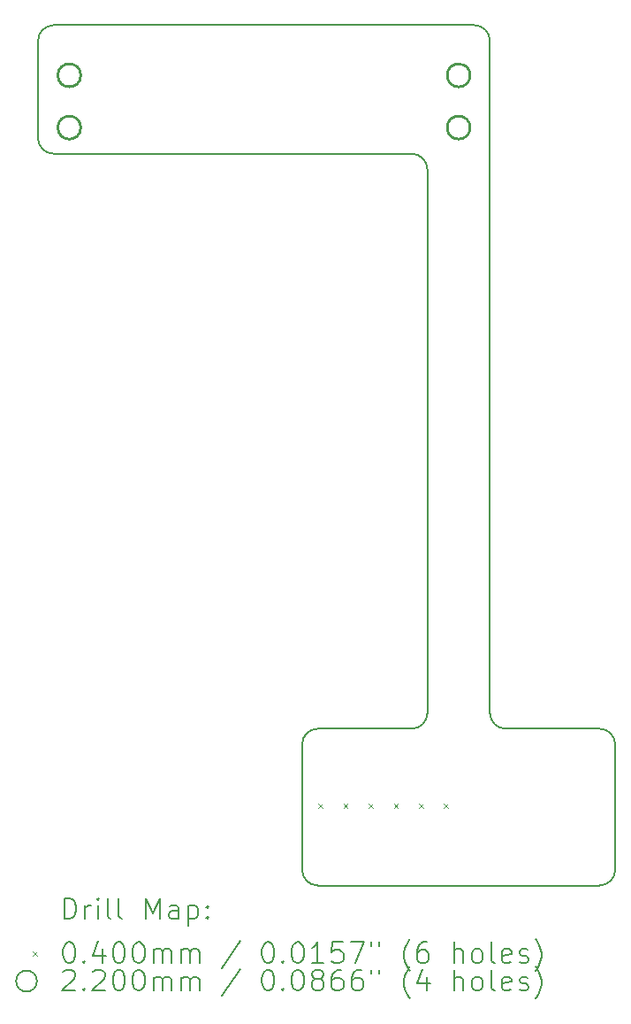
<source format=gbr>
%TF.GenerationSoftware,KiCad,Pcbnew,7.0.7*%
%TF.CreationDate,2024-12-02T13:56:50+01:00*%
%TF.ProjectId,Finger_FSR_V1_length,46696e67-6572-45f4-9653-525f56315f6c,rev?*%
%TF.SameCoordinates,Original*%
%TF.FileFunction,Drillmap*%
%TF.FilePolarity,Positive*%
%FSLAX45Y45*%
G04 Gerber Fmt 4.5, Leading zero omitted, Abs format (unit mm)*
G04 Created by KiCad (PCBNEW 7.0.7) date 2024-12-02 13:56:50*
%MOMM*%
%LPD*%
G01*
G04 APERTURE LIST*
%ADD10C,0.200000*%
%ADD11C,0.040000*%
%ADD12C,0.220000*%
G04 APERTURE END LIST*
D10*
X11315000Y-7035000D02*
X11315000Y-7965000D01*
X11465000Y-6885000D02*
G75*
G03*
X11315000Y-7035000I0J-150000D01*
G01*
X16695000Y-15115000D02*
G75*
G03*
X16845000Y-14965000I0J150000D01*
G01*
X16845000Y-14965000D02*
X16845000Y-13765000D01*
X15645000Y-13465000D02*
G75*
G03*
X15795000Y-13615000I150000J0D01*
G01*
X15045000Y-8265000D02*
X15045000Y-13465000D01*
X15495000Y-6885000D02*
X11465000Y-6885000D01*
X15045000Y-8265000D02*
G75*
G03*
X14895000Y-8115000I-150000J0D01*
G01*
X13845000Y-13765000D02*
X13845000Y-14965000D01*
X16695000Y-13615000D02*
X15795000Y-13615000D01*
X13995000Y-13615000D02*
G75*
G03*
X13845000Y-13765000I0J-150000D01*
G01*
X15645000Y-13465000D02*
X15645000Y-7035000D01*
X16845000Y-13765000D02*
G75*
G03*
X16695000Y-13615000I-150000J0D01*
G01*
X11315000Y-7965000D02*
G75*
G03*
X11465000Y-8115000I150000J0D01*
G01*
X14895000Y-13615000D02*
X13995000Y-13615000D01*
X13845000Y-14965000D02*
G75*
G03*
X13995000Y-15115000I150000J0D01*
G01*
X14895000Y-13615000D02*
G75*
G03*
X15045000Y-13465000I0J150000D01*
G01*
X13995000Y-15115000D02*
X16695000Y-15115000D01*
X15645000Y-7035000D02*
G75*
G03*
X15495000Y-6885000I-150000J0D01*
G01*
X11465000Y-8115000D02*
X14895000Y-8115000D01*
D11*
X14000769Y-14330000D02*
X14040769Y-14370000D01*
X14040769Y-14330000D02*
X14000769Y-14370000D01*
X14241538Y-14330000D02*
X14281538Y-14370000D01*
X14281538Y-14330000D02*
X14241538Y-14370000D01*
X14482308Y-14330000D02*
X14522308Y-14370000D01*
X14522308Y-14330000D02*
X14482308Y-14370000D01*
X14723077Y-14330000D02*
X14763077Y-14370000D01*
X14763077Y-14330000D02*
X14723077Y-14370000D01*
X14963846Y-14330000D02*
X15003846Y-14370000D01*
X15003846Y-14330000D02*
X14963846Y-14370000D01*
X15204615Y-14330000D02*
X15244615Y-14370000D01*
X15244615Y-14330000D02*
X15204615Y-14370000D01*
D12*
X11725000Y-7365000D02*
G75*
G03*
X11725000Y-7365000I-110000J0D01*
G01*
X11725000Y-7865000D02*
G75*
G03*
X11725000Y-7865000I-110000J0D01*
G01*
X15455000Y-7365000D02*
G75*
G03*
X15455000Y-7365000I-110000J0D01*
G01*
X15455000Y-7865000D02*
G75*
G03*
X15455000Y-7865000I-110000J0D01*
G01*
D10*
X11565777Y-15436484D02*
X11565777Y-15236484D01*
X11565777Y-15236484D02*
X11613396Y-15236484D01*
X11613396Y-15236484D02*
X11641967Y-15246008D01*
X11641967Y-15246008D02*
X11661015Y-15265055D01*
X11661015Y-15265055D02*
X11670539Y-15284103D01*
X11670539Y-15284103D02*
X11680062Y-15322198D01*
X11680062Y-15322198D02*
X11680062Y-15350769D01*
X11680062Y-15350769D02*
X11670539Y-15388865D01*
X11670539Y-15388865D02*
X11661015Y-15407912D01*
X11661015Y-15407912D02*
X11641967Y-15426960D01*
X11641967Y-15426960D02*
X11613396Y-15436484D01*
X11613396Y-15436484D02*
X11565777Y-15436484D01*
X11765777Y-15436484D02*
X11765777Y-15303150D01*
X11765777Y-15341246D02*
X11775301Y-15322198D01*
X11775301Y-15322198D02*
X11784824Y-15312674D01*
X11784824Y-15312674D02*
X11803872Y-15303150D01*
X11803872Y-15303150D02*
X11822920Y-15303150D01*
X11889586Y-15436484D02*
X11889586Y-15303150D01*
X11889586Y-15236484D02*
X11880062Y-15246008D01*
X11880062Y-15246008D02*
X11889586Y-15255531D01*
X11889586Y-15255531D02*
X11899110Y-15246008D01*
X11899110Y-15246008D02*
X11889586Y-15236484D01*
X11889586Y-15236484D02*
X11889586Y-15255531D01*
X12013396Y-15436484D02*
X11994348Y-15426960D01*
X11994348Y-15426960D02*
X11984824Y-15407912D01*
X11984824Y-15407912D02*
X11984824Y-15236484D01*
X12118158Y-15436484D02*
X12099110Y-15426960D01*
X12099110Y-15426960D02*
X12089586Y-15407912D01*
X12089586Y-15407912D02*
X12089586Y-15236484D01*
X12346729Y-15436484D02*
X12346729Y-15236484D01*
X12346729Y-15236484D02*
X12413396Y-15379341D01*
X12413396Y-15379341D02*
X12480062Y-15236484D01*
X12480062Y-15236484D02*
X12480062Y-15436484D01*
X12661015Y-15436484D02*
X12661015Y-15331722D01*
X12661015Y-15331722D02*
X12651491Y-15312674D01*
X12651491Y-15312674D02*
X12632443Y-15303150D01*
X12632443Y-15303150D02*
X12594348Y-15303150D01*
X12594348Y-15303150D02*
X12575301Y-15312674D01*
X12661015Y-15426960D02*
X12641967Y-15436484D01*
X12641967Y-15436484D02*
X12594348Y-15436484D01*
X12594348Y-15436484D02*
X12575301Y-15426960D01*
X12575301Y-15426960D02*
X12565777Y-15407912D01*
X12565777Y-15407912D02*
X12565777Y-15388865D01*
X12565777Y-15388865D02*
X12575301Y-15369817D01*
X12575301Y-15369817D02*
X12594348Y-15360293D01*
X12594348Y-15360293D02*
X12641967Y-15360293D01*
X12641967Y-15360293D02*
X12661015Y-15350769D01*
X12756253Y-15303150D02*
X12756253Y-15503150D01*
X12756253Y-15312674D02*
X12775301Y-15303150D01*
X12775301Y-15303150D02*
X12813396Y-15303150D01*
X12813396Y-15303150D02*
X12832443Y-15312674D01*
X12832443Y-15312674D02*
X12841967Y-15322198D01*
X12841967Y-15322198D02*
X12851491Y-15341246D01*
X12851491Y-15341246D02*
X12851491Y-15398388D01*
X12851491Y-15398388D02*
X12841967Y-15417436D01*
X12841967Y-15417436D02*
X12832443Y-15426960D01*
X12832443Y-15426960D02*
X12813396Y-15436484D01*
X12813396Y-15436484D02*
X12775301Y-15436484D01*
X12775301Y-15436484D02*
X12756253Y-15426960D01*
X12937205Y-15417436D02*
X12946729Y-15426960D01*
X12946729Y-15426960D02*
X12937205Y-15436484D01*
X12937205Y-15436484D02*
X12927682Y-15426960D01*
X12927682Y-15426960D02*
X12937205Y-15417436D01*
X12937205Y-15417436D02*
X12937205Y-15436484D01*
X12937205Y-15312674D02*
X12946729Y-15322198D01*
X12946729Y-15322198D02*
X12937205Y-15331722D01*
X12937205Y-15331722D02*
X12927682Y-15322198D01*
X12927682Y-15322198D02*
X12937205Y-15312674D01*
X12937205Y-15312674D02*
X12937205Y-15331722D01*
D11*
X11265000Y-15745000D02*
X11305000Y-15785000D01*
X11305000Y-15745000D02*
X11265000Y-15785000D01*
D10*
X11603872Y-15656484D02*
X11622920Y-15656484D01*
X11622920Y-15656484D02*
X11641967Y-15666008D01*
X11641967Y-15666008D02*
X11651491Y-15675531D01*
X11651491Y-15675531D02*
X11661015Y-15694579D01*
X11661015Y-15694579D02*
X11670539Y-15732674D01*
X11670539Y-15732674D02*
X11670539Y-15780293D01*
X11670539Y-15780293D02*
X11661015Y-15818388D01*
X11661015Y-15818388D02*
X11651491Y-15837436D01*
X11651491Y-15837436D02*
X11641967Y-15846960D01*
X11641967Y-15846960D02*
X11622920Y-15856484D01*
X11622920Y-15856484D02*
X11603872Y-15856484D01*
X11603872Y-15856484D02*
X11584824Y-15846960D01*
X11584824Y-15846960D02*
X11575301Y-15837436D01*
X11575301Y-15837436D02*
X11565777Y-15818388D01*
X11565777Y-15818388D02*
X11556253Y-15780293D01*
X11556253Y-15780293D02*
X11556253Y-15732674D01*
X11556253Y-15732674D02*
X11565777Y-15694579D01*
X11565777Y-15694579D02*
X11575301Y-15675531D01*
X11575301Y-15675531D02*
X11584824Y-15666008D01*
X11584824Y-15666008D02*
X11603872Y-15656484D01*
X11756253Y-15837436D02*
X11765777Y-15846960D01*
X11765777Y-15846960D02*
X11756253Y-15856484D01*
X11756253Y-15856484D02*
X11746729Y-15846960D01*
X11746729Y-15846960D02*
X11756253Y-15837436D01*
X11756253Y-15837436D02*
X11756253Y-15856484D01*
X11937205Y-15723150D02*
X11937205Y-15856484D01*
X11889586Y-15646960D02*
X11841967Y-15789817D01*
X11841967Y-15789817D02*
X11965777Y-15789817D01*
X12080062Y-15656484D02*
X12099110Y-15656484D01*
X12099110Y-15656484D02*
X12118158Y-15666008D01*
X12118158Y-15666008D02*
X12127682Y-15675531D01*
X12127682Y-15675531D02*
X12137205Y-15694579D01*
X12137205Y-15694579D02*
X12146729Y-15732674D01*
X12146729Y-15732674D02*
X12146729Y-15780293D01*
X12146729Y-15780293D02*
X12137205Y-15818388D01*
X12137205Y-15818388D02*
X12127682Y-15837436D01*
X12127682Y-15837436D02*
X12118158Y-15846960D01*
X12118158Y-15846960D02*
X12099110Y-15856484D01*
X12099110Y-15856484D02*
X12080062Y-15856484D01*
X12080062Y-15856484D02*
X12061015Y-15846960D01*
X12061015Y-15846960D02*
X12051491Y-15837436D01*
X12051491Y-15837436D02*
X12041967Y-15818388D01*
X12041967Y-15818388D02*
X12032443Y-15780293D01*
X12032443Y-15780293D02*
X12032443Y-15732674D01*
X12032443Y-15732674D02*
X12041967Y-15694579D01*
X12041967Y-15694579D02*
X12051491Y-15675531D01*
X12051491Y-15675531D02*
X12061015Y-15666008D01*
X12061015Y-15666008D02*
X12080062Y-15656484D01*
X12270539Y-15656484D02*
X12289586Y-15656484D01*
X12289586Y-15656484D02*
X12308634Y-15666008D01*
X12308634Y-15666008D02*
X12318158Y-15675531D01*
X12318158Y-15675531D02*
X12327682Y-15694579D01*
X12327682Y-15694579D02*
X12337205Y-15732674D01*
X12337205Y-15732674D02*
X12337205Y-15780293D01*
X12337205Y-15780293D02*
X12327682Y-15818388D01*
X12327682Y-15818388D02*
X12318158Y-15837436D01*
X12318158Y-15837436D02*
X12308634Y-15846960D01*
X12308634Y-15846960D02*
X12289586Y-15856484D01*
X12289586Y-15856484D02*
X12270539Y-15856484D01*
X12270539Y-15856484D02*
X12251491Y-15846960D01*
X12251491Y-15846960D02*
X12241967Y-15837436D01*
X12241967Y-15837436D02*
X12232443Y-15818388D01*
X12232443Y-15818388D02*
X12222920Y-15780293D01*
X12222920Y-15780293D02*
X12222920Y-15732674D01*
X12222920Y-15732674D02*
X12232443Y-15694579D01*
X12232443Y-15694579D02*
X12241967Y-15675531D01*
X12241967Y-15675531D02*
X12251491Y-15666008D01*
X12251491Y-15666008D02*
X12270539Y-15656484D01*
X12422920Y-15856484D02*
X12422920Y-15723150D01*
X12422920Y-15742198D02*
X12432443Y-15732674D01*
X12432443Y-15732674D02*
X12451491Y-15723150D01*
X12451491Y-15723150D02*
X12480063Y-15723150D01*
X12480063Y-15723150D02*
X12499110Y-15732674D01*
X12499110Y-15732674D02*
X12508634Y-15751722D01*
X12508634Y-15751722D02*
X12508634Y-15856484D01*
X12508634Y-15751722D02*
X12518158Y-15732674D01*
X12518158Y-15732674D02*
X12537205Y-15723150D01*
X12537205Y-15723150D02*
X12565777Y-15723150D01*
X12565777Y-15723150D02*
X12584824Y-15732674D01*
X12584824Y-15732674D02*
X12594348Y-15751722D01*
X12594348Y-15751722D02*
X12594348Y-15856484D01*
X12689586Y-15856484D02*
X12689586Y-15723150D01*
X12689586Y-15742198D02*
X12699110Y-15732674D01*
X12699110Y-15732674D02*
X12718158Y-15723150D01*
X12718158Y-15723150D02*
X12746729Y-15723150D01*
X12746729Y-15723150D02*
X12765777Y-15732674D01*
X12765777Y-15732674D02*
X12775301Y-15751722D01*
X12775301Y-15751722D02*
X12775301Y-15856484D01*
X12775301Y-15751722D02*
X12784824Y-15732674D01*
X12784824Y-15732674D02*
X12803872Y-15723150D01*
X12803872Y-15723150D02*
X12832443Y-15723150D01*
X12832443Y-15723150D02*
X12851491Y-15732674D01*
X12851491Y-15732674D02*
X12861015Y-15751722D01*
X12861015Y-15751722D02*
X12861015Y-15856484D01*
X13251491Y-15646960D02*
X13080063Y-15904103D01*
X13508634Y-15656484D02*
X13527682Y-15656484D01*
X13527682Y-15656484D02*
X13546729Y-15666008D01*
X13546729Y-15666008D02*
X13556253Y-15675531D01*
X13556253Y-15675531D02*
X13565777Y-15694579D01*
X13565777Y-15694579D02*
X13575301Y-15732674D01*
X13575301Y-15732674D02*
X13575301Y-15780293D01*
X13575301Y-15780293D02*
X13565777Y-15818388D01*
X13565777Y-15818388D02*
X13556253Y-15837436D01*
X13556253Y-15837436D02*
X13546729Y-15846960D01*
X13546729Y-15846960D02*
X13527682Y-15856484D01*
X13527682Y-15856484D02*
X13508634Y-15856484D01*
X13508634Y-15856484D02*
X13489586Y-15846960D01*
X13489586Y-15846960D02*
X13480063Y-15837436D01*
X13480063Y-15837436D02*
X13470539Y-15818388D01*
X13470539Y-15818388D02*
X13461015Y-15780293D01*
X13461015Y-15780293D02*
X13461015Y-15732674D01*
X13461015Y-15732674D02*
X13470539Y-15694579D01*
X13470539Y-15694579D02*
X13480063Y-15675531D01*
X13480063Y-15675531D02*
X13489586Y-15666008D01*
X13489586Y-15666008D02*
X13508634Y-15656484D01*
X13661015Y-15837436D02*
X13670539Y-15846960D01*
X13670539Y-15846960D02*
X13661015Y-15856484D01*
X13661015Y-15856484D02*
X13651491Y-15846960D01*
X13651491Y-15846960D02*
X13661015Y-15837436D01*
X13661015Y-15837436D02*
X13661015Y-15856484D01*
X13794348Y-15656484D02*
X13813396Y-15656484D01*
X13813396Y-15656484D02*
X13832444Y-15666008D01*
X13832444Y-15666008D02*
X13841967Y-15675531D01*
X13841967Y-15675531D02*
X13851491Y-15694579D01*
X13851491Y-15694579D02*
X13861015Y-15732674D01*
X13861015Y-15732674D02*
X13861015Y-15780293D01*
X13861015Y-15780293D02*
X13851491Y-15818388D01*
X13851491Y-15818388D02*
X13841967Y-15837436D01*
X13841967Y-15837436D02*
X13832444Y-15846960D01*
X13832444Y-15846960D02*
X13813396Y-15856484D01*
X13813396Y-15856484D02*
X13794348Y-15856484D01*
X13794348Y-15856484D02*
X13775301Y-15846960D01*
X13775301Y-15846960D02*
X13765777Y-15837436D01*
X13765777Y-15837436D02*
X13756253Y-15818388D01*
X13756253Y-15818388D02*
X13746729Y-15780293D01*
X13746729Y-15780293D02*
X13746729Y-15732674D01*
X13746729Y-15732674D02*
X13756253Y-15694579D01*
X13756253Y-15694579D02*
X13765777Y-15675531D01*
X13765777Y-15675531D02*
X13775301Y-15666008D01*
X13775301Y-15666008D02*
X13794348Y-15656484D01*
X14051491Y-15856484D02*
X13937206Y-15856484D01*
X13994348Y-15856484D02*
X13994348Y-15656484D01*
X13994348Y-15656484D02*
X13975301Y-15685055D01*
X13975301Y-15685055D02*
X13956253Y-15704103D01*
X13956253Y-15704103D02*
X13937206Y-15713627D01*
X14232444Y-15656484D02*
X14137206Y-15656484D01*
X14137206Y-15656484D02*
X14127682Y-15751722D01*
X14127682Y-15751722D02*
X14137206Y-15742198D01*
X14137206Y-15742198D02*
X14156253Y-15732674D01*
X14156253Y-15732674D02*
X14203872Y-15732674D01*
X14203872Y-15732674D02*
X14222920Y-15742198D01*
X14222920Y-15742198D02*
X14232444Y-15751722D01*
X14232444Y-15751722D02*
X14241967Y-15770769D01*
X14241967Y-15770769D02*
X14241967Y-15818388D01*
X14241967Y-15818388D02*
X14232444Y-15837436D01*
X14232444Y-15837436D02*
X14222920Y-15846960D01*
X14222920Y-15846960D02*
X14203872Y-15856484D01*
X14203872Y-15856484D02*
X14156253Y-15856484D01*
X14156253Y-15856484D02*
X14137206Y-15846960D01*
X14137206Y-15846960D02*
X14127682Y-15837436D01*
X14308634Y-15656484D02*
X14441967Y-15656484D01*
X14441967Y-15656484D02*
X14356253Y-15856484D01*
X14508634Y-15656484D02*
X14508634Y-15694579D01*
X14584825Y-15656484D02*
X14584825Y-15694579D01*
X14880063Y-15932674D02*
X14870539Y-15923150D01*
X14870539Y-15923150D02*
X14851491Y-15894579D01*
X14851491Y-15894579D02*
X14841968Y-15875531D01*
X14841968Y-15875531D02*
X14832444Y-15846960D01*
X14832444Y-15846960D02*
X14822920Y-15799341D01*
X14822920Y-15799341D02*
X14822920Y-15761246D01*
X14822920Y-15761246D02*
X14832444Y-15713627D01*
X14832444Y-15713627D02*
X14841968Y-15685055D01*
X14841968Y-15685055D02*
X14851491Y-15666008D01*
X14851491Y-15666008D02*
X14870539Y-15637436D01*
X14870539Y-15637436D02*
X14880063Y-15627912D01*
X15041968Y-15656484D02*
X15003872Y-15656484D01*
X15003872Y-15656484D02*
X14984825Y-15666008D01*
X14984825Y-15666008D02*
X14975301Y-15675531D01*
X14975301Y-15675531D02*
X14956253Y-15704103D01*
X14956253Y-15704103D02*
X14946729Y-15742198D01*
X14946729Y-15742198D02*
X14946729Y-15818388D01*
X14946729Y-15818388D02*
X14956253Y-15837436D01*
X14956253Y-15837436D02*
X14965777Y-15846960D01*
X14965777Y-15846960D02*
X14984825Y-15856484D01*
X14984825Y-15856484D02*
X15022920Y-15856484D01*
X15022920Y-15856484D02*
X15041968Y-15846960D01*
X15041968Y-15846960D02*
X15051491Y-15837436D01*
X15051491Y-15837436D02*
X15061015Y-15818388D01*
X15061015Y-15818388D02*
X15061015Y-15770769D01*
X15061015Y-15770769D02*
X15051491Y-15751722D01*
X15051491Y-15751722D02*
X15041968Y-15742198D01*
X15041968Y-15742198D02*
X15022920Y-15732674D01*
X15022920Y-15732674D02*
X14984825Y-15732674D01*
X14984825Y-15732674D02*
X14965777Y-15742198D01*
X14965777Y-15742198D02*
X14956253Y-15751722D01*
X14956253Y-15751722D02*
X14946729Y-15770769D01*
X15299110Y-15856484D02*
X15299110Y-15656484D01*
X15384825Y-15856484D02*
X15384825Y-15751722D01*
X15384825Y-15751722D02*
X15375301Y-15732674D01*
X15375301Y-15732674D02*
X15356253Y-15723150D01*
X15356253Y-15723150D02*
X15327682Y-15723150D01*
X15327682Y-15723150D02*
X15308634Y-15732674D01*
X15308634Y-15732674D02*
X15299110Y-15742198D01*
X15508634Y-15856484D02*
X15489587Y-15846960D01*
X15489587Y-15846960D02*
X15480063Y-15837436D01*
X15480063Y-15837436D02*
X15470539Y-15818388D01*
X15470539Y-15818388D02*
X15470539Y-15761246D01*
X15470539Y-15761246D02*
X15480063Y-15742198D01*
X15480063Y-15742198D02*
X15489587Y-15732674D01*
X15489587Y-15732674D02*
X15508634Y-15723150D01*
X15508634Y-15723150D02*
X15537206Y-15723150D01*
X15537206Y-15723150D02*
X15556253Y-15732674D01*
X15556253Y-15732674D02*
X15565777Y-15742198D01*
X15565777Y-15742198D02*
X15575301Y-15761246D01*
X15575301Y-15761246D02*
X15575301Y-15818388D01*
X15575301Y-15818388D02*
X15565777Y-15837436D01*
X15565777Y-15837436D02*
X15556253Y-15846960D01*
X15556253Y-15846960D02*
X15537206Y-15856484D01*
X15537206Y-15856484D02*
X15508634Y-15856484D01*
X15689587Y-15856484D02*
X15670539Y-15846960D01*
X15670539Y-15846960D02*
X15661015Y-15827912D01*
X15661015Y-15827912D02*
X15661015Y-15656484D01*
X15841968Y-15846960D02*
X15822920Y-15856484D01*
X15822920Y-15856484D02*
X15784825Y-15856484D01*
X15784825Y-15856484D02*
X15765777Y-15846960D01*
X15765777Y-15846960D02*
X15756253Y-15827912D01*
X15756253Y-15827912D02*
X15756253Y-15751722D01*
X15756253Y-15751722D02*
X15765777Y-15732674D01*
X15765777Y-15732674D02*
X15784825Y-15723150D01*
X15784825Y-15723150D02*
X15822920Y-15723150D01*
X15822920Y-15723150D02*
X15841968Y-15732674D01*
X15841968Y-15732674D02*
X15851491Y-15751722D01*
X15851491Y-15751722D02*
X15851491Y-15770769D01*
X15851491Y-15770769D02*
X15756253Y-15789817D01*
X15927682Y-15846960D02*
X15946730Y-15856484D01*
X15946730Y-15856484D02*
X15984825Y-15856484D01*
X15984825Y-15856484D02*
X16003872Y-15846960D01*
X16003872Y-15846960D02*
X16013396Y-15827912D01*
X16013396Y-15827912D02*
X16013396Y-15818388D01*
X16013396Y-15818388D02*
X16003872Y-15799341D01*
X16003872Y-15799341D02*
X15984825Y-15789817D01*
X15984825Y-15789817D02*
X15956253Y-15789817D01*
X15956253Y-15789817D02*
X15937206Y-15780293D01*
X15937206Y-15780293D02*
X15927682Y-15761246D01*
X15927682Y-15761246D02*
X15927682Y-15751722D01*
X15927682Y-15751722D02*
X15937206Y-15732674D01*
X15937206Y-15732674D02*
X15956253Y-15723150D01*
X15956253Y-15723150D02*
X15984825Y-15723150D01*
X15984825Y-15723150D02*
X16003872Y-15732674D01*
X16080063Y-15932674D02*
X16089587Y-15923150D01*
X16089587Y-15923150D02*
X16108634Y-15894579D01*
X16108634Y-15894579D02*
X16118158Y-15875531D01*
X16118158Y-15875531D02*
X16127682Y-15846960D01*
X16127682Y-15846960D02*
X16137206Y-15799341D01*
X16137206Y-15799341D02*
X16137206Y-15761246D01*
X16137206Y-15761246D02*
X16127682Y-15713627D01*
X16127682Y-15713627D02*
X16118158Y-15685055D01*
X16118158Y-15685055D02*
X16108634Y-15666008D01*
X16108634Y-15666008D02*
X16089587Y-15637436D01*
X16089587Y-15637436D02*
X16080063Y-15627912D01*
X11305000Y-16029000D02*
G75*
G03*
X11305000Y-16029000I-100000J0D01*
G01*
X11556253Y-15939531D02*
X11565777Y-15930008D01*
X11565777Y-15930008D02*
X11584824Y-15920484D01*
X11584824Y-15920484D02*
X11632443Y-15920484D01*
X11632443Y-15920484D02*
X11651491Y-15930008D01*
X11651491Y-15930008D02*
X11661015Y-15939531D01*
X11661015Y-15939531D02*
X11670539Y-15958579D01*
X11670539Y-15958579D02*
X11670539Y-15977627D01*
X11670539Y-15977627D02*
X11661015Y-16006198D01*
X11661015Y-16006198D02*
X11546729Y-16120484D01*
X11546729Y-16120484D02*
X11670539Y-16120484D01*
X11756253Y-16101436D02*
X11765777Y-16110960D01*
X11765777Y-16110960D02*
X11756253Y-16120484D01*
X11756253Y-16120484D02*
X11746729Y-16110960D01*
X11746729Y-16110960D02*
X11756253Y-16101436D01*
X11756253Y-16101436D02*
X11756253Y-16120484D01*
X11841967Y-15939531D02*
X11851491Y-15930008D01*
X11851491Y-15930008D02*
X11870539Y-15920484D01*
X11870539Y-15920484D02*
X11918158Y-15920484D01*
X11918158Y-15920484D02*
X11937205Y-15930008D01*
X11937205Y-15930008D02*
X11946729Y-15939531D01*
X11946729Y-15939531D02*
X11956253Y-15958579D01*
X11956253Y-15958579D02*
X11956253Y-15977627D01*
X11956253Y-15977627D02*
X11946729Y-16006198D01*
X11946729Y-16006198D02*
X11832443Y-16120484D01*
X11832443Y-16120484D02*
X11956253Y-16120484D01*
X12080062Y-15920484D02*
X12099110Y-15920484D01*
X12099110Y-15920484D02*
X12118158Y-15930008D01*
X12118158Y-15930008D02*
X12127682Y-15939531D01*
X12127682Y-15939531D02*
X12137205Y-15958579D01*
X12137205Y-15958579D02*
X12146729Y-15996674D01*
X12146729Y-15996674D02*
X12146729Y-16044293D01*
X12146729Y-16044293D02*
X12137205Y-16082388D01*
X12137205Y-16082388D02*
X12127682Y-16101436D01*
X12127682Y-16101436D02*
X12118158Y-16110960D01*
X12118158Y-16110960D02*
X12099110Y-16120484D01*
X12099110Y-16120484D02*
X12080062Y-16120484D01*
X12080062Y-16120484D02*
X12061015Y-16110960D01*
X12061015Y-16110960D02*
X12051491Y-16101436D01*
X12051491Y-16101436D02*
X12041967Y-16082388D01*
X12041967Y-16082388D02*
X12032443Y-16044293D01*
X12032443Y-16044293D02*
X12032443Y-15996674D01*
X12032443Y-15996674D02*
X12041967Y-15958579D01*
X12041967Y-15958579D02*
X12051491Y-15939531D01*
X12051491Y-15939531D02*
X12061015Y-15930008D01*
X12061015Y-15930008D02*
X12080062Y-15920484D01*
X12270539Y-15920484D02*
X12289586Y-15920484D01*
X12289586Y-15920484D02*
X12308634Y-15930008D01*
X12308634Y-15930008D02*
X12318158Y-15939531D01*
X12318158Y-15939531D02*
X12327682Y-15958579D01*
X12327682Y-15958579D02*
X12337205Y-15996674D01*
X12337205Y-15996674D02*
X12337205Y-16044293D01*
X12337205Y-16044293D02*
X12327682Y-16082388D01*
X12327682Y-16082388D02*
X12318158Y-16101436D01*
X12318158Y-16101436D02*
X12308634Y-16110960D01*
X12308634Y-16110960D02*
X12289586Y-16120484D01*
X12289586Y-16120484D02*
X12270539Y-16120484D01*
X12270539Y-16120484D02*
X12251491Y-16110960D01*
X12251491Y-16110960D02*
X12241967Y-16101436D01*
X12241967Y-16101436D02*
X12232443Y-16082388D01*
X12232443Y-16082388D02*
X12222920Y-16044293D01*
X12222920Y-16044293D02*
X12222920Y-15996674D01*
X12222920Y-15996674D02*
X12232443Y-15958579D01*
X12232443Y-15958579D02*
X12241967Y-15939531D01*
X12241967Y-15939531D02*
X12251491Y-15930008D01*
X12251491Y-15930008D02*
X12270539Y-15920484D01*
X12422920Y-16120484D02*
X12422920Y-15987150D01*
X12422920Y-16006198D02*
X12432443Y-15996674D01*
X12432443Y-15996674D02*
X12451491Y-15987150D01*
X12451491Y-15987150D02*
X12480063Y-15987150D01*
X12480063Y-15987150D02*
X12499110Y-15996674D01*
X12499110Y-15996674D02*
X12508634Y-16015722D01*
X12508634Y-16015722D02*
X12508634Y-16120484D01*
X12508634Y-16015722D02*
X12518158Y-15996674D01*
X12518158Y-15996674D02*
X12537205Y-15987150D01*
X12537205Y-15987150D02*
X12565777Y-15987150D01*
X12565777Y-15987150D02*
X12584824Y-15996674D01*
X12584824Y-15996674D02*
X12594348Y-16015722D01*
X12594348Y-16015722D02*
X12594348Y-16120484D01*
X12689586Y-16120484D02*
X12689586Y-15987150D01*
X12689586Y-16006198D02*
X12699110Y-15996674D01*
X12699110Y-15996674D02*
X12718158Y-15987150D01*
X12718158Y-15987150D02*
X12746729Y-15987150D01*
X12746729Y-15987150D02*
X12765777Y-15996674D01*
X12765777Y-15996674D02*
X12775301Y-16015722D01*
X12775301Y-16015722D02*
X12775301Y-16120484D01*
X12775301Y-16015722D02*
X12784824Y-15996674D01*
X12784824Y-15996674D02*
X12803872Y-15987150D01*
X12803872Y-15987150D02*
X12832443Y-15987150D01*
X12832443Y-15987150D02*
X12851491Y-15996674D01*
X12851491Y-15996674D02*
X12861015Y-16015722D01*
X12861015Y-16015722D02*
X12861015Y-16120484D01*
X13251491Y-15910960D02*
X13080063Y-16168103D01*
X13508634Y-15920484D02*
X13527682Y-15920484D01*
X13527682Y-15920484D02*
X13546729Y-15930008D01*
X13546729Y-15930008D02*
X13556253Y-15939531D01*
X13556253Y-15939531D02*
X13565777Y-15958579D01*
X13565777Y-15958579D02*
X13575301Y-15996674D01*
X13575301Y-15996674D02*
X13575301Y-16044293D01*
X13575301Y-16044293D02*
X13565777Y-16082388D01*
X13565777Y-16082388D02*
X13556253Y-16101436D01*
X13556253Y-16101436D02*
X13546729Y-16110960D01*
X13546729Y-16110960D02*
X13527682Y-16120484D01*
X13527682Y-16120484D02*
X13508634Y-16120484D01*
X13508634Y-16120484D02*
X13489586Y-16110960D01*
X13489586Y-16110960D02*
X13480063Y-16101436D01*
X13480063Y-16101436D02*
X13470539Y-16082388D01*
X13470539Y-16082388D02*
X13461015Y-16044293D01*
X13461015Y-16044293D02*
X13461015Y-15996674D01*
X13461015Y-15996674D02*
X13470539Y-15958579D01*
X13470539Y-15958579D02*
X13480063Y-15939531D01*
X13480063Y-15939531D02*
X13489586Y-15930008D01*
X13489586Y-15930008D02*
X13508634Y-15920484D01*
X13661015Y-16101436D02*
X13670539Y-16110960D01*
X13670539Y-16110960D02*
X13661015Y-16120484D01*
X13661015Y-16120484D02*
X13651491Y-16110960D01*
X13651491Y-16110960D02*
X13661015Y-16101436D01*
X13661015Y-16101436D02*
X13661015Y-16120484D01*
X13794348Y-15920484D02*
X13813396Y-15920484D01*
X13813396Y-15920484D02*
X13832444Y-15930008D01*
X13832444Y-15930008D02*
X13841967Y-15939531D01*
X13841967Y-15939531D02*
X13851491Y-15958579D01*
X13851491Y-15958579D02*
X13861015Y-15996674D01*
X13861015Y-15996674D02*
X13861015Y-16044293D01*
X13861015Y-16044293D02*
X13851491Y-16082388D01*
X13851491Y-16082388D02*
X13841967Y-16101436D01*
X13841967Y-16101436D02*
X13832444Y-16110960D01*
X13832444Y-16110960D02*
X13813396Y-16120484D01*
X13813396Y-16120484D02*
X13794348Y-16120484D01*
X13794348Y-16120484D02*
X13775301Y-16110960D01*
X13775301Y-16110960D02*
X13765777Y-16101436D01*
X13765777Y-16101436D02*
X13756253Y-16082388D01*
X13756253Y-16082388D02*
X13746729Y-16044293D01*
X13746729Y-16044293D02*
X13746729Y-15996674D01*
X13746729Y-15996674D02*
X13756253Y-15958579D01*
X13756253Y-15958579D02*
X13765777Y-15939531D01*
X13765777Y-15939531D02*
X13775301Y-15930008D01*
X13775301Y-15930008D02*
X13794348Y-15920484D01*
X13975301Y-16006198D02*
X13956253Y-15996674D01*
X13956253Y-15996674D02*
X13946729Y-15987150D01*
X13946729Y-15987150D02*
X13937206Y-15968103D01*
X13937206Y-15968103D02*
X13937206Y-15958579D01*
X13937206Y-15958579D02*
X13946729Y-15939531D01*
X13946729Y-15939531D02*
X13956253Y-15930008D01*
X13956253Y-15930008D02*
X13975301Y-15920484D01*
X13975301Y-15920484D02*
X14013396Y-15920484D01*
X14013396Y-15920484D02*
X14032444Y-15930008D01*
X14032444Y-15930008D02*
X14041967Y-15939531D01*
X14041967Y-15939531D02*
X14051491Y-15958579D01*
X14051491Y-15958579D02*
X14051491Y-15968103D01*
X14051491Y-15968103D02*
X14041967Y-15987150D01*
X14041967Y-15987150D02*
X14032444Y-15996674D01*
X14032444Y-15996674D02*
X14013396Y-16006198D01*
X14013396Y-16006198D02*
X13975301Y-16006198D01*
X13975301Y-16006198D02*
X13956253Y-16015722D01*
X13956253Y-16015722D02*
X13946729Y-16025246D01*
X13946729Y-16025246D02*
X13937206Y-16044293D01*
X13937206Y-16044293D02*
X13937206Y-16082388D01*
X13937206Y-16082388D02*
X13946729Y-16101436D01*
X13946729Y-16101436D02*
X13956253Y-16110960D01*
X13956253Y-16110960D02*
X13975301Y-16120484D01*
X13975301Y-16120484D02*
X14013396Y-16120484D01*
X14013396Y-16120484D02*
X14032444Y-16110960D01*
X14032444Y-16110960D02*
X14041967Y-16101436D01*
X14041967Y-16101436D02*
X14051491Y-16082388D01*
X14051491Y-16082388D02*
X14051491Y-16044293D01*
X14051491Y-16044293D02*
X14041967Y-16025246D01*
X14041967Y-16025246D02*
X14032444Y-16015722D01*
X14032444Y-16015722D02*
X14013396Y-16006198D01*
X14222920Y-15920484D02*
X14184825Y-15920484D01*
X14184825Y-15920484D02*
X14165777Y-15930008D01*
X14165777Y-15930008D02*
X14156253Y-15939531D01*
X14156253Y-15939531D02*
X14137206Y-15968103D01*
X14137206Y-15968103D02*
X14127682Y-16006198D01*
X14127682Y-16006198D02*
X14127682Y-16082388D01*
X14127682Y-16082388D02*
X14137206Y-16101436D01*
X14137206Y-16101436D02*
X14146729Y-16110960D01*
X14146729Y-16110960D02*
X14165777Y-16120484D01*
X14165777Y-16120484D02*
X14203872Y-16120484D01*
X14203872Y-16120484D02*
X14222920Y-16110960D01*
X14222920Y-16110960D02*
X14232444Y-16101436D01*
X14232444Y-16101436D02*
X14241967Y-16082388D01*
X14241967Y-16082388D02*
X14241967Y-16034769D01*
X14241967Y-16034769D02*
X14232444Y-16015722D01*
X14232444Y-16015722D02*
X14222920Y-16006198D01*
X14222920Y-16006198D02*
X14203872Y-15996674D01*
X14203872Y-15996674D02*
X14165777Y-15996674D01*
X14165777Y-15996674D02*
X14146729Y-16006198D01*
X14146729Y-16006198D02*
X14137206Y-16015722D01*
X14137206Y-16015722D02*
X14127682Y-16034769D01*
X14413396Y-15920484D02*
X14375301Y-15920484D01*
X14375301Y-15920484D02*
X14356253Y-15930008D01*
X14356253Y-15930008D02*
X14346729Y-15939531D01*
X14346729Y-15939531D02*
X14327682Y-15968103D01*
X14327682Y-15968103D02*
X14318158Y-16006198D01*
X14318158Y-16006198D02*
X14318158Y-16082388D01*
X14318158Y-16082388D02*
X14327682Y-16101436D01*
X14327682Y-16101436D02*
X14337206Y-16110960D01*
X14337206Y-16110960D02*
X14356253Y-16120484D01*
X14356253Y-16120484D02*
X14394348Y-16120484D01*
X14394348Y-16120484D02*
X14413396Y-16110960D01*
X14413396Y-16110960D02*
X14422920Y-16101436D01*
X14422920Y-16101436D02*
X14432444Y-16082388D01*
X14432444Y-16082388D02*
X14432444Y-16034769D01*
X14432444Y-16034769D02*
X14422920Y-16015722D01*
X14422920Y-16015722D02*
X14413396Y-16006198D01*
X14413396Y-16006198D02*
X14394348Y-15996674D01*
X14394348Y-15996674D02*
X14356253Y-15996674D01*
X14356253Y-15996674D02*
X14337206Y-16006198D01*
X14337206Y-16006198D02*
X14327682Y-16015722D01*
X14327682Y-16015722D02*
X14318158Y-16034769D01*
X14508634Y-15920484D02*
X14508634Y-15958579D01*
X14584825Y-15920484D02*
X14584825Y-15958579D01*
X14880063Y-16196674D02*
X14870539Y-16187150D01*
X14870539Y-16187150D02*
X14851491Y-16158579D01*
X14851491Y-16158579D02*
X14841968Y-16139531D01*
X14841968Y-16139531D02*
X14832444Y-16110960D01*
X14832444Y-16110960D02*
X14822920Y-16063341D01*
X14822920Y-16063341D02*
X14822920Y-16025246D01*
X14822920Y-16025246D02*
X14832444Y-15977627D01*
X14832444Y-15977627D02*
X14841968Y-15949055D01*
X14841968Y-15949055D02*
X14851491Y-15930008D01*
X14851491Y-15930008D02*
X14870539Y-15901436D01*
X14870539Y-15901436D02*
X14880063Y-15891912D01*
X15041968Y-15987150D02*
X15041968Y-16120484D01*
X14994348Y-15910960D02*
X14946729Y-16053817D01*
X14946729Y-16053817D02*
X15070539Y-16053817D01*
X15299110Y-16120484D02*
X15299110Y-15920484D01*
X15384825Y-16120484D02*
X15384825Y-16015722D01*
X15384825Y-16015722D02*
X15375301Y-15996674D01*
X15375301Y-15996674D02*
X15356253Y-15987150D01*
X15356253Y-15987150D02*
X15327682Y-15987150D01*
X15327682Y-15987150D02*
X15308634Y-15996674D01*
X15308634Y-15996674D02*
X15299110Y-16006198D01*
X15508634Y-16120484D02*
X15489587Y-16110960D01*
X15489587Y-16110960D02*
X15480063Y-16101436D01*
X15480063Y-16101436D02*
X15470539Y-16082388D01*
X15470539Y-16082388D02*
X15470539Y-16025246D01*
X15470539Y-16025246D02*
X15480063Y-16006198D01*
X15480063Y-16006198D02*
X15489587Y-15996674D01*
X15489587Y-15996674D02*
X15508634Y-15987150D01*
X15508634Y-15987150D02*
X15537206Y-15987150D01*
X15537206Y-15987150D02*
X15556253Y-15996674D01*
X15556253Y-15996674D02*
X15565777Y-16006198D01*
X15565777Y-16006198D02*
X15575301Y-16025246D01*
X15575301Y-16025246D02*
X15575301Y-16082388D01*
X15575301Y-16082388D02*
X15565777Y-16101436D01*
X15565777Y-16101436D02*
X15556253Y-16110960D01*
X15556253Y-16110960D02*
X15537206Y-16120484D01*
X15537206Y-16120484D02*
X15508634Y-16120484D01*
X15689587Y-16120484D02*
X15670539Y-16110960D01*
X15670539Y-16110960D02*
X15661015Y-16091912D01*
X15661015Y-16091912D02*
X15661015Y-15920484D01*
X15841968Y-16110960D02*
X15822920Y-16120484D01*
X15822920Y-16120484D02*
X15784825Y-16120484D01*
X15784825Y-16120484D02*
X15765777Y-16110960D01*
X15765777Y-16110960D02*
X15756253Y-16091912D01*
X15756253Y-16091912D02*
X15756253Y-16015722D01*
X15756253Y-16015722D02*
X15765777Y-15996674D01*
X15765777Y-15996674D02*
X15784825Y-15987150D01*
X15784825Y-15987150D02*
X15822920Y-15987150D01*
X15822920Y-15987150D02*
X15841968Y-15996674D01*
X15841968Y-15996674D02*
X15851491Y-16015722D01*
X15851491Y-16015722D02*
X15851491Y-16034769D01*
X15851491Y-16034769D02*
X15756253Y-16053817D01*
X15927682Y-16110960D02*
X15946730Y-16120484D01*
X15946730Y-16120484D02*
X15984825Y-16120484D01*
X15984825Y-16120484D02*
X16003872Y-16110960D01*
X16003872Y-16110960D02*
X16013396Y-16091912D01*
X16013396Y-16091912D02*
X16013396Y-16082388D01*
X16013396Y-16082388D02*
X16003872Y-16063341D01*
X16003872Y-16063341D02*
X15984825Y-16053817D01*
X15984825Y-16053817D02*
X15956253Y-16053817D01*
X15956253Y-16053817D02*
X15937206Y-16044293D01*
X15937206Y-16044293D02*
X15927682Y-16025246D01*
X15927682Y-16025246D02*
X15927682Y-16015722D01*
X15927682Y-16015722D02*
X15937206Y-15996674D01*
X15937206Y-15996674D02*
X15956253Y-15987150D01*
X15956253Y-15987150D02*
X15984825Y-15987150D01*
X15984825Y-15987150D02*
X16003872Y-15996674D01*
X16080063Y-16196674D02*
X16089587Y-16187150D01*
X16089587Y-16187150D02*
X16108634Y-16158579D01*
X16108634Y-16158579D02*
X16118158Y-16139531D01*
X16118158Y-16139531D02*
X16127682Y-16110960D01*
X16127682Y-16110960D02*
X16137206Y-16063341D01*
X16137206Y-16063341D02*
X16137206Y-16025246D01*
X16137206Y-16025246D02*
X16127682Y-15977627D01*
X16127682Y-15977627D02*
X16118158Y-15949055D01*
X16118158Y-15949055D02*
X16108634Y-15930008D01*
X16108634Y-15930008D02*
X16089587Y-15901436D01*
X16089587Y-15901436D02*
X16080063Y-15891912D01*
M02*

</source>
